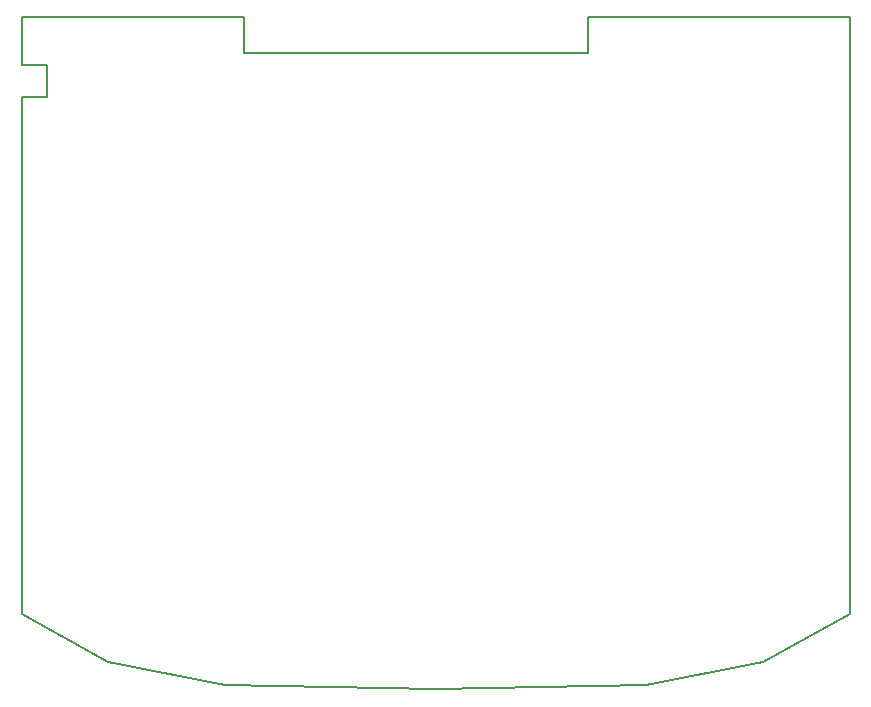
<source format=gbr>
G04 #@! TF.GenerationSoftware,KiCad,Pcbnew,5.0.2+dfsg1-1~bpo9+1*
G04 #@! TF.CreationDate,2020-07-02T14:44:30+01:00*
G04 #@! TF.ProjectId,gbc_outline_basic,6762635f-6f75-4746-9c69-6e655f626173,rev?*
G04 #@! TF.SameCoordinates,Original*
G04 #@! TF.FileFunction,Profile,NP*
%FSLAX46Y46*%
G04 Gerber Fmt 4.6, Leading zero omitted, Abs format (unit mm)*
G04 Created by KiCad (PCBNEW 5.0.2+dfsg1-1~bpo9+1) date Thu 02 Jul 2020 14:44:30 BST*
%MOMM*%
%LPD*%
G01*
G04 APERTURE LIST*
%ADD10C,0.150000*%
%ADD11C,0.200000*%
G04 APERTURE END LIST*
D10*
X64262000Y-109468920D02*
X83073240Y-109468920D01*
X112201960Y-109468920D02*
X134371080Y-109468920D01*
X112212120Y-112461040D02*
X112212120Y-109479080D01*
X83073240Y-112450880D02*
X83073240Y-109468920D01*
X83073240Y-112461040D02*
X112207040Y-112461040D01*
X64262000Y-109474000D02*
X64262000Y-113538000D01*
X134371080Y-109474000D02*
X134371080Y-160009840D01*
X134366000Y-160020000D02*
X127063500Y-164020500D01*
X117157500Y-165989000D02*
X127063500Y-164020500D01*
X99314000Y-166370000D02*
X117157500Y-165989000D01*
X71564500Y-164020500D02*
X81470500Y-165989000D01*
X64262000Y-160020000D02*
X71564500Y-164020500D01*
X81470500Y-165989000D02*
X99314000Y-166370000D01*
X64262000Y-116205000D02*
X64262000Y-160020000D01*
X66421000Y-113538000D02*
X64262000Y-113538000D01*
X66421000Y-116205000D02*
X64262000Y-116205000D01*
D11*
X66421000Y-113538000D02*
X66421000Y-116205000D01*
M02*

</source>
